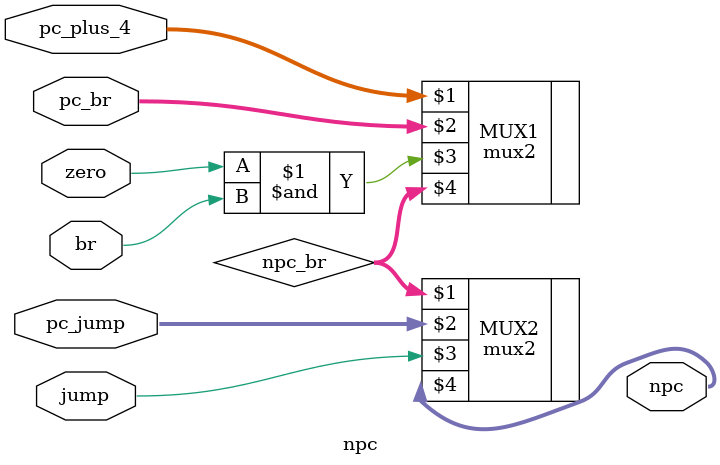
<source format=v>

module npc(br,zero,jump,npc,pc_plus_4,pc_br,pc_jump);
	input br,zero,jump;	//·ÖÖ§£¬zero,jump¿ØÖÆÐÅºÅ
	input [31:0]pc_plus_4,pc_br,pc_jump;	//·ÖÖ§ºÍjumpÌõ¼þÏÂµÄpc,ºÍpc+4
	wire [31:0]npc_br;			//·¢Éú·ÖÖ§Ö¸ÁîÊ±µÄÏÂÒ»ÌõÖ¸ÁîµØÖ·
	output [31:0]npc;			//ÏÂÌõÖ¸ÁîµÄµØÖ·
	mux2 #(32) MUX1((pc_plus_4),(pc_br),(zero & br),(npc_br));	//ÀûÓÃ¶þÂ·Ñ¡ÔñÆ÷È·¶¨ÊÇ·ñ·¢ÉúbeqÌø×ª»òjumpÌø×ª
	mux2 #(32) MUX2(npc_br,pc_jump,jump,npc);		//ÀûÓÃ¶þÂ·Ñ¡ÔñÆ÷È·¶¨npc
	

endmodule 
</source>
